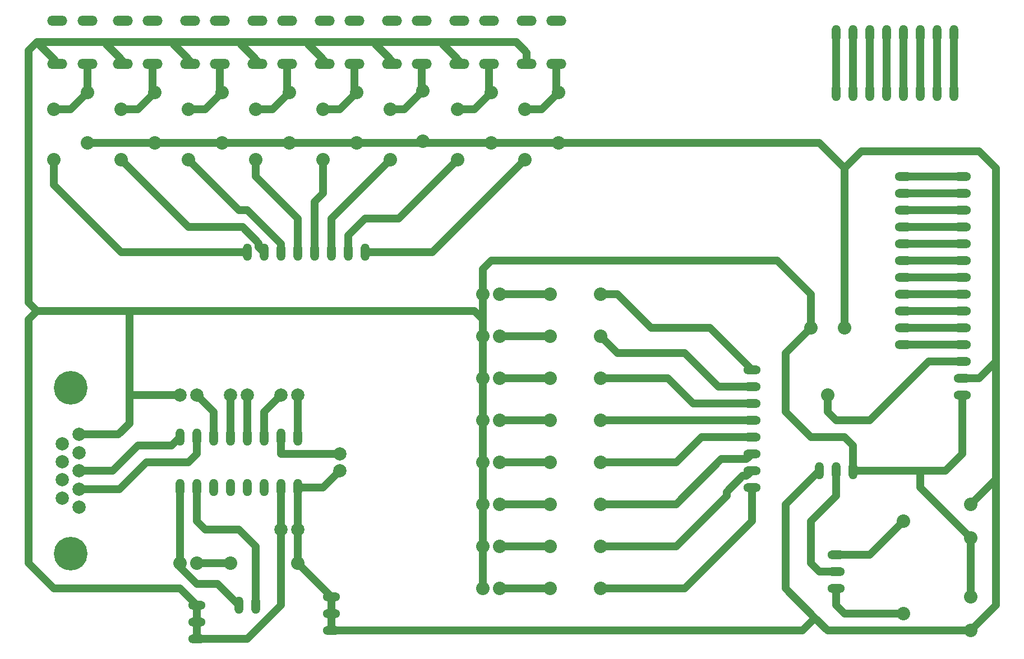
<source format=gbl>
G04 #@! TF.GenerationSoftware,KiCad,Pcbnew,(5.1.6)-1*
G04 #@! TF.CreationDate,2020-09-22T13:17:01-05:00*
G04 #@! TF.ProjectId,Pr_ctica 3,5072e163-7469-4636-9120-332e6b696361,rev?*
G04 #@! TF.SameCoordinates,Original*
G04 #@! TF.FileFunction,Copper,L2,Bot*
G04 #@! TF.FilePolarity,Positive*
%FSLAX46Y46*%
G04 Gerber Fmt 4.6, Leading zero omitted, Abs format (unit mm)*
G04 Created by KiCad (PCBNEW (5.1.6)-1) date 2020-09-22 13:17:01*
%MOMM*%
%LPD*%
G01*
G04 APERTURE LIST*
G04 #@! TA.AperFunction,ComponentPad*
%ADD10C,1.998980*%
G04 #@! TD*
G04 #@! TA.AperFunction,ComponentPad*
%ADD11C,5.080000*%
G04 #@! TD*
G04 #@! TA.AperFunction,ComponentPad*
%ADD12O,1.320800X2.641600*%
G04 #@! TD*
G04 #@! TA.AperFunction,ComponentPad*
%ADD13O,3.014980X1.506220*%
G04 #@! TD*
G04 #@! TA.AperFunction,ComponentPad*
%ADD14C,2.032000*%
G04 #@! TD*
G04 #@! TA.AperFunction,ComponentPad*
%ADD15O,2.641600X1.320800*%
G04 #@! TD*
G04 #@! TA.AperFunction,Conductor*
%ADD16C,1.200000*%
G04 #@! TD*
G04 APERTURE END LIST*
D10*
X82550000Y-121056400D03*
X82550000Y-118313200D03*
X82550000Y-115570000D03*
X82550000Y-112826800D03*
X82550000Y-110083600D03*
X80010000Y-119684800D03*
X80010000Y-116941600D03*
X80010000Y-114198400D03*
X80010000Y-111455200D03*
D11*
X81280000Y-128092200D03*
X81280000Y-103047800D03*
D12*
X115570000Y-110490000D03*
X113030000Y-110490000D03*
X110490000Y-110490000D03*
X107950000Y-110490000D03*
X105410000Y-110490000D03*
X102870000Y-110490000D03*
X100330000Y-110490000D03*
X97790000Y-110490000D03*
X97790000Y-118110000D03*
X100330000Y-118110000D03*
X102870000Y-118110000D03*
X105410000Y-118110000D03*
X107950000Y-118110000D03*
X110490000Y-118110000D03*
X113030000Y-118110000D03*
X115570000Y-118110000D03*
X194310000Y-115570000D03*
X196850000Y-115570000D03*
X199390000Y-115570000D03*
D13*
X150152100Y-54048660D03*
X150152100Y-47551340D03*
X154647900Y-54048660D03*
X154647900Y-47551340D03*
X139992100Y-54048660D03*
X139992100Y-47551340D03*
X144487900Y-54048660D03*
X144487900Y-47551340D03*
X129832100Y-54048660D03*
X129832100Y-47551340D03*
X134327900Y-54048660D03*
X134327900Y-47551340D03*
X119672100Y-54048660D03*
X119672100Y-47551340D03*
X124167900Y-54048660D03*
X124167900Y-47551340D03*
X109512100Y-54048660D03*
X109512100Y-47551340D03*
X114007900Y-54048660D03*
X114007900Y-47551340D03*
X99352100Y-54048660D03*
X99352100Y-47551340D03*
X103847900Y-54048660D03*
X103847900Y-47551340D03*
X89192100Y-54048660D03*
X89192100Y-47551340D03*
X93687900Y-54048660D03*
X93687900Y-47551340D03*
X83820000Y-47551340D03*
X83820000Y-54048660D03*
X79324200Y-47551340D03*
X79324200Y-54048660D03*
D14*
X217170000Y-125730000D03*
X207010000Y-123190000D03*
X217170000Y-120650000D03*
X217170000Y-139700000D03*
X207010000Y-137160000D03*
X217170000Y-134620000D03*
X198120000Y-93980000D03*
X195580000Y-104140000D03*
X193040000Y-93980000D03*
X154940000Y-58420000D03*
X154940000Y-66040000D03*
X144780000Y-66040000D03*
X144780000Y-58420000D03*
X134480600Y-58161001D03*
X134480600Y-65781001D03*
X124460000Y-58420000D03*
X124460000Y-66040000D03*
X114300000Y-58420000D03*
X114300000Y-66040000D03*
X104140000Y-58420000D03*
X104140000Y-66040000D03*
X93980000Y-58420000D03*
X93980000Y-66040000D03*
X83820000Y-58420000D03*
X83820000Y-66040000D03*
X149860000Y-60960000D03*
X149860000Y-68580000D03*
X139700000Y-60960000D03*
X139700000Y-68580000D03*
X129540000Y-60960000D03*
X129540000Y-68580000D03*
X119380000Y-60960000D03*
X119380000Y-68580000D03*
X109220000Y-60960000D03*
X109220000Y-68580000D03*
X99060000Y-60960000D03*
X99060000Y-68580000D03*
X88900000Y-60960000D03*
X88900000Y-68580000D03*
X78740000Y-60960000D03*
X78740000Y-68580000D03*
X153670000Y-133350000D03*
X161290000Y-133350000D03*
X153670000Y-127000000D03*
X161290000Y-127000000D03*
X153670000Y-120650000D03*
X161290000Y-120650000D03*
X153670000Y-114300000D03*
X161290000Y-114300000D03*
X153670000Y-107950000D03*
X161290000Y-107950000D03*
X153670000Y-101600000D03*
X161290000Y-101600000D03*
X153670000Y-95250000D03*
X161290000Y-95250000D03*
X153670000Y-88900000D03*
X161290000Y-88900000D03*
X105410000Y-129540000D03*
X115570000Y-129540000D03*
D15*
X120650000Y-139700000D03*
X120650000Y-137160000D03*
X120650000Y-134620000D03*
X196850000Y-133350000D03*
X196850000Y-130810000D03*
X196850000Y-128270000D03*
D12*
X125730000Y-82550000D03*
X123190000Y-82550000D03*
X120650000Y-82550000D03*
X118110000Y-82550000D03*
X115570000Y-82550000D03*
X113030000Y-82550000D03*
X110490000Y-82550000D03*
X107950000Y-82550000D03*
D15*
X207010000Y-96520000D03*
X207010000Y-93980000D03*
X207010000Y-91440000D03*
X207010000Y-88900000D03*
X207010000Y-86360000D03*
X207010000Y-83820000D03*
X207010000Y-81280000D03*
X207010000Y-78740000D03*
X207010000Y-76200000D03*
X207010000Y-73660000D03*
X207010000Y-71120000D03*
X215900000Y-104140000D03*
X215900000Y-101600000D03*
X215900000Y-99060000D03*
X215900000Y-96520000D03*
X215900000Y-93980000D03*
X215900000Y-91440000D03*
X215900000Y-88900000D03*
X215900000Y-86360000D03*
X215900000Y-83820000D03*
X215900000Y-81280000D03*
X215900000Y-78740000D03*
X215900000Y-76200000D03*
X215900000Y-73660000D03*
X215900000Y-71120000D03*
X184150000Y-118110000D03*
X184150000Y-115570000D03*
X184150000Y-113030000D03*
X184150000Y-110490000D03*
X184150000Y-107950000D03*
X184150000Y-105410000D03*
X184150000Y-102870000D03*
X184150000Y-100330000D03*
X100330000Y-140970000D03*
X100330000Y-138430000D03*
X100330000Y-135890000D03*
D12*
X109220000Y-135890000D03*
X106680000Y-135890000D03*
X214630000Y-49530000D03*
X212090000Y-49530000D03*
X209550000Y-49530000D03*
X207010000Y-49530000D03*
X204470000Y-49530000D03*
X201930000Y-49530000D03*
X199390000Y-49530000D03*
X196850000Y-49530000D03*
X214630000Y-58420000D03*
X212090000Y-58420000D03*
X209550000Y-58420000D03*
X207010000Y-58420000D03*
X204470000Y-58420000D03*
X201930000Y-58420000D03*
X199390000Y-58420000D03*
X196850000Y-58420000D03*
D14*
X143510000Y-88900000D03*
X146050000Y-88900000D03*
X143510000Y-95250000D03*
X146050000Y-95250000D03*
X143510000Y-101600000D03*
X146050000Y-101600000D03*
X143510000Y-107950000D03*
X146050000Y-107950000D03*
X143510000Y-114300000D03*
X146050000Y-114300000D03*
X143510000Y-120650000D03*
X146050000Y-120650000D03*
X143510000Y-127000000D03*
X146050000Y-127000000D03*
X143510000Y-133350000D03*
X146050000Y-133350000D03*
X97790000Y-129540000D03*
X100330000Y-129540000D03*
D10*
X113030000Y-124460000D03*
X115570000Y-124460000D03*
X100330000Y-104140000D03*
X97790000Y-104140000D03*
X121920000Y-115570000D03*
X121920000Y-113030000D03*
X105410000Y-104140000D03*
X107950000Y-104140000D03*
X113030000Y-104140000D03*
X115570000Y-104140000D03*
D16*
X115570000Y-104140000D02*
X115570000Y-110490000D01*
X113030000Y-104140000D02*
X110490000Y-106680000D01*
X110490000Y-106680000D02*
X110490000Y-110490000D01*
X107950000Y-104140000D02*
X107950000Y-110490000D01*
X105410000Y-104140000D02*
X105410000Y-110490000D01*
X121920000Y-113030000D02*
X113030000Y-113030000D01*
X113030000Y-113030000D02*
X113030000Y-110490000D01*
X220980000Y-99060000D02*
X218440000Y-101600000D01*
X198120000Y-69850000D02*
X200660000Y-67310000D01*
X200660000Y-67310000D02*
X218440000Y-67310000D01*
X198120000Y-93980000D02*
X198120000Y-69850000D01*
X218440000Y-67310000D02*
X220980000Y-69850000D01*
X218440000Y-101600000D02*
X215900000Y-101600000D01*
X217170000Y-120650000D02*
X220980000Y-116840000D01*
X220980000Y-69850000D02*
X220980000Y-96520000D01*
X220980000Y-96520000D02*
X220980000Y-99060000D01*
X217170000Y-139700000D02*
X220980000Y-135890000D01*
X220980000Y-135890000D02*
X220980000Y-114300000D01*
X220980000Y-116840000D02*
X220980000Y-114300000D01*
X220980000Y-114300000D02*
X220980000Y-96520000D01*
X121920000Y-115570000D02*
X119380000Y-118110000D01*
X119380000Y-118110000D02*
X115570000Y-118110000D01*
X194310000Y-66040000D02*
X198120000Y-69850000D01*
X83820000Y-66040000D02*
X154940000Y-66040000D01*
X217170000Y-139700000D02*
X195580000Y-139700000D01*
X189230000Y-120650000D02*
X194310000Y-115570000D01*
X189230000Y-133350000D02*
X189230000Y-120650000D01*
X115570000Y-118110000D02*
X115570000Y-124460000D01*
X115570000Y-124460000D02*
X115570000Y-129540000D01*
X154940000Y-66040000D02*
X194310000Y-66040000D01*
X115570000Y-129540000D02*
X120650000Y-134620000D01*
X120650000Y-139700000D02*
X120650000Y-134620000D01*
X191770000Y-139700000D02*
X193675000Y-137795000D01*
X195580000Y-139700000D02*
X193675000Y-137795000D01*
X120650000Y-139700000D02*
X191770000Y-139700000D01*
X193675000Y-137795000D02*
X189230000Y-133350000D01*
X215900000Y-104140000D02*
X215900000Y-113030000D01*
X215900000Y-113030000D02*
X213360000Y-115570000D01*
X199390000Y-115570000D02*
X199390000Y-111760000D01*
X199390000Y-111760000D02*
X198120000Y-110490000D01*
X198120000Y-110490000D02*
X193040000Y-110490000D01*
X193040000Y-110490000D02*
X189230000Y-106680000D01*
X189230000Y-97790000D02*
X193040000Y-93980000D01*
X189230000Y-106680000D02*
X189230000Y-97790000D01*
X143510000Y-85090000D02*
X143510000Y-88900000D01*
X144780000Y-83820000D02*
X143510000Y-85090000D01*
X187960000Y-83820000D02*
X144780000Y-83820000D01*
X193040000Y-93980000D02*
X193040000Y-88900000D01*
X193040000Y-88900000D02*
X187960000Y-83820000D01*
X217170000Y-134620000D02*
X217170000Y-125730000D01*
X143510000Y-92710000D02*
X143510000Y-95250000D01*
X150152100Y-52362100D02*
X148590000Y-50800000D01*
X74930000Y-90170000D02*
X76200000Y-91440000D01*
X150152100Y-54048660D02*
X150152100Y-52362100D01*
X76200000Y-50800000D02*
X74930000Y-52070000D01*
X74930000Y-52070000D02*
X74930000Y-90170000D01*
X143510000Y-88900000D02*
X143510000Y-95250000D01*
X143510000Y-127603522D02*
X143510000Y-133350000D01*
X143510000Y-95250000D02*
X143510000Y-127603522D01*
X82550000Y-110083600D02*
X88493600Y-110083600D01*
X88493600Y-110083600D02*
X90170000Y-108407200D01*
X76200000Y-91440000D02*
X90170000Y-91440000D01*
X97790000Y-104140000D02*
X90170000Y-104140000D01*
X90170000Y-108407200D02*
X90170000Y-104140000D01*
X90170000Y-104140000D02*
X90170000Y-91440000D01*
X79324200Y-53924200D02*
X76200000Y-50800000D01*
X79324200Y-54048660D02*
X79324200Y-53924200D01*
X89192100Y-54048660D02*
X89192100Y-53632100D01*
X89192100Y-53632100D02*
X86360000Y-50800000D01*
X86360000Y-50800000D02*
X76200000Y-50800000D01*
X99352100Y-53632100D02*
X96520000Y-50800000D01*
X99352100Y-54048660D02*
X99352100Y-53632100D01*
X96520000Y-50800000D02*
X86360000Y-50800000D01*
X109512100Y-53632100D02*
X106680000Y-50800000D01*
X109512100Y-54048660D02*
X109512100Y-53632100D01*
X106680000Y-50800000D02*
X96520000Y-50800000D01*
X119672100Y-53632100D02*
X116840000Y-50800000D01*
X119672100Y-54048660D02*
X119672100Y-53632100D01*
X116840000Y-50800000D02*
X106680000Y-50800000D01*
X129832100Y-53632100D02*
X127000000Y-50800000D01*
X129832100Y-54048660D02*
X129832100Y-53632100D01*
X127000000Y-50800000D02*
X116840000Y-50800000D01*
X139992100Y-54048660D02*
X139992100Y-53632100D01*
X148590000Y-50800000D02*
X137160000Y-50800000D01*
X139992100Y-53632100D02*
X137160000Y-50800000D01*
X137160000Y-50800000D02*
X127000000Y-50800000D01*
X217170000Y-125730000D02*
X209550000Y-118110000D01*
X209550000Y-118110000D02*
X209550000Y-115570000D01*
X213360000Y-115570000D02*
X209550000Y-115570000D01*
X209550000Y-115570000D02*
X199390000Y-115570000D01*
X100330000Y-140970000D02*
X100330000Y-135890000D01*
X74930000Y-129540000D02*
X74930000Y-92710000D01*
X74930000Y-92710000D02*
X76200000Y-91440000D01*
X78740000Y-133350000D02*
X74930000Y-129540000D01*
X100330000Y-135890000D02*
X97790000Y-133350000D01*
X97790000Y-133350000D02*
X78740000Y-133350000D01*
X142240000Y-91440000D02*
X143510000Y-92710000D01*
X90170000Y-91440000D02*
X142240000Y-91440000D01*
X113030000Y-118110000D02*
X113030000Y-124460000D01*
X107950000Y-140970000D02*
X100330000Y-140970000D01*
X113030000Y-124460000D02*
X113030000Y-135890000D01*
X113030000Y-135890000D02*
X107950000Y-140970000D01*
X100330000Y-104140000D02*
X102870000Y-106680000D01*
X102870000Y-106680000D02*
X102870000Y-110490000D01*
X100330000Y-129540000D02*
X105410000Y-129540000D01*
X97790000Y-118110000D02*
X97790000Y-129540000D01*
X97790000Y-130143522D02*
X100330000Y-132683522D01*
X97790000Y-129540000D02*
X97790000Y-130143522D01*
X100330000Y-132683522D02*
X103473522Y-132683522D01*
X103473522Y-132683522D02*
X106680000Y-135890000D01*
X153670000Y-133350000D02*
X146050000Y-133350000D01*
X146050000Y-127000000D02*
X153670000Y-127000000D01*
X146050000Y-120650000D02*
X153670000Y-120650000D01*
X146050000Y-114300000D02*
X153670000Y-114300000D01*
X146050000Y-107950000D02*
X153670000Y-107950000D01*
X146050000Y-101600000D02*
X153670000Y-101600000D01*
X146050000Y-95250000D02*
X153670000Y-95250000D01*
X146050000Y-88900000D02*
X153670000Y-88900000D01*
X196850000Y-49530000D02*
X196850000Y-58420000D01*
X199390000Y-49530000D02*
X199390000Y-58420000D01*
X201930000Y-49530000D02*
X201930000Y-58420000D01*
X204470000Y-49530000D02*
X204470000Y-58420000D01*
X207010000Y-49530000D02*
X207010000Y-58420000D01*
X209550000Y-49530000D02*
X209550000Y-58420000D01*
X212090000Y-49530000D02*
X212090000Y-58420000D01*
X214630000Y-49530000D02*
X214630000Y-58420000D01*
X109220000Y-127000000D02*
X109220000Y-135890000D01*
X106680000Y-124460000D02*
X109220000Y-127000000D01*
X100330000Y-118110000D02*
X100330000Y-123190000D01*
X101600000Y-124460000D02*
X106680000Y-124460000D01*
X100330000Y-123190000D02*
X101600000Y-124460000D01*
X163830000Y-88900000D02*
X161290000Y-88900000D01*
X168910000Y-93980000D02*
X163830000Y-88900000D01*
X184150000Y-100330000D02*
X177800000Y-93980000D01*
X177800000Y-93980000D02*
X168910000Y-93980000D01*
X184150000Y-102870000D02*
X179070000Y-102870000D01*
X179070000Y-102870000D02*
X173990000Y-97790000D01*
X163830000Y-97790000D02*
X161290000Y-95250000D01*
X173990000Y-97790000D02*
X163830000Y-97790000D01*
X184150000Y-105410000D02*
X175260000Y-105410000D01*
X171450000Y-101600000D02*
X161290000Y-101600000D01*
X175260000Y-105410000D02*
X171450000Y-101600000D01*
X184150000Y-107950000D02*
X161290000Y-107950000D01*
X184150000Y-110490000D02*
X176530000Y-110490000D01*
X172720000Y-114300000D02*
X161290000Y-114300000D01*
X176530000Y-110490000D02*
X172720000Y-114300000D01*
X183378410Y-113801590D02*
X179568410Y-113801590D01*
X184150000Y-113030000D02*
X183378410Y-113801590D01*
X172720000Y-120650000D02*
X161290000Y-120650000D01*
X179568410Y-113801590D02*
X172720000Y-120650000D01*
X184150000Y-115570000D02*
X183378410Y-116341590D01*
X182757101Y-116341590D02*
X180340000Y-118758691D01*
X183378410Y-116341590D02*
X182757101Y-116341590D01*
X180340000Y-118758691D02*
X180340000Y-119380000D01*
X172720000Y-127000000D02*
X161290000Y-127000000D01*
X180340000Y-119380000D02*
X172720000Y-127000000D01*
X161290000Y-133350000D02*
X173990000Y-133350000D01*
X184150000Y-123190000D02*
X184150000Y-118110000D01*
X173990000Y-133350000D02*
X184150000Y-123190000D01*
X207010000Y-71120000D02*
X215900000Y-71120000D01*
X207010000Y-73660000D02*
X215900000Y-73660000D01*
X215900000Y-76200000D02*
X207010000Y-76200000D01*
X207010000Y-78740000D02*
X215900000Y-78740000D01*
X215900000Y-81280000D02*
X207010000Y-81280000D01*
X207010000Y-83820000D02*
X215900000Y-83820000D01*
X215900000Y-86360000D02*
X207010000Y-86360000D01*
X207010000Y-88900000D02*
X215900000Y-88900000D01*
X215900000Y-91440000D02*
X207010000Y-91440000D01*
X207010000Y-93980000D02*
X215900000Y-93980000D01*
X215900000Y-96520000D02*
X207010000Y-96520000D01*
X195580000Y-106680000D02*
X195580000Y-104140000D01*
X196850000Y-107950000D02*
X195580000Y-106680000D01*
X201930000Y-107950000D02*
X196850000Y-107950000D01*
X215900000Y-99060000D02*
X210820000Y-99060000D01*
X210820000Y-99060000D02*
X201930000Y-107950000D01*
X135890000Y-82550000D02*
X149860000Y-68580000D01*
X125730000Y-82550000D02*
X135890000Y-82550000D01*
X123190000Y-81280000D02*
X123190000Y-82550000D01*
X139700000Y-68580000D02*
X130810000Y-77470000D01*
X123190000Y-80029200D02*
X123190000Y-82550000D01*
X125749200Y-77470000D02*
X123190000Y-80029200D01*
X130810000Y-77470000D02*
X125749200Y-77470000D01*
X129540000Y-68580000D02*
X120650000Y-77470000D01*
X120650000Y-77470000D02*
X120650000Y-82550000D01*
X119380000Y-68580000D02*
X119380000Y-73660000D01*
X118110000Y-74930000D02*
X118110000Y-82550000D01*
X119380000Y-73660000D02*
X118110000Y-74930000D01*
X115570000Y-82550000D02*
X115570000Y-77470000D01*
X109220000Y-71120000D02*
X109220000Y-68580000D01*
X115570000Y-77470000D02*
X109220000Y-71120000D01*
X113030000Y-82550000D02*
X113030000Y-81280000D01*
X113030000Y-81280000D02*
X107950000Y-76200000D01*
X106680000Y-76200000D02*
X99060000Y-68580000D01*
X107950000Y-76200000D02*
X106680000Y-76200000D01*
X109718410Y-81157101D02*
X107301309Y-78740000D01*
X110490000Y-82550000D02*
X109718410Y-81778410D01*
X109718410Y-81778410D02*
X109718410Y-81157101D01*
X99060000Y-78740000D02*
X88900000Y-68580000D01*
X107301309Y-78740000D02*
X99060000Y-78740000D01*
X107950000Y-82550000D02*
X88900000Y-82550000D01*
X78740000Y-72390000D02*
X78740000Y-68580000D01*
X88900000Y-82550000D02*
X78740000Y-72390000D01*
X201930000Y-128270000D02*
X207010000Y-123190000D01*
X196850000Y-128270000D02*
X201930000Y-128270000D01*
X196850000Y-130810000D02*
X194310000Y-130810000D01*
X194310000Y-130810000D02*
X193040000Y-129540000D01*
X193040000Y-129540000D02*
X193040000Y-123190000D01*
X193040000Y-123190000D02*
X196850000Y-119380000D01*
X196850000Y-119380000D02*
X196850000Y-115570000D01*
X196850000Y-135890000D02*
X196850000Y-133350000D01*
X207010000Y-137160000D02*
X198120000Y-137160000D01*
X198120000Y-137160000D02*
X196850000Y-135890000D01*
X81280000Y-60960000D02*
X83820000Y-58420000D01*
X78740000Y-60960000D02*
X81280000Y-60960000D01*
X83820000Y-54048660D02*
X83820000Y-58420000D01*
X91440000Y-60960000D02*
X93980000Y-58420000D01*
X88900000Y-60960000D02*
X91440000Y-60960000D01*
X93687900Y-58127900D02*
X93980000Y-58420000D01*
X93687900Y-54048660D02*
X93687900Y-58127900D01*
X101600000Y-60960000D02*
X104140000Y-58420000D01*
X99060000Y-60960000D02*
X101600000Y-60960000D01*
X103847900Y-58127900D02*
X104140000Y-58420000D01*
X103847900Y-54048660D02*
X103847900Y-58127900D01*
X111760000Y-60960000D02*
X114300000Y-58420000D01*
X109220000Y-60960000D02*
X111760000Y-60960000D01*
X114007900Y-58127900D02*
X114300000Y-58420000D01*
X114007900Y-54048660D02*
X114007900Y-58127900D01*
X121920000Y-60960000D02*
X124460000Y-58420000D01*
X119380000Y-60960000D02*
X121920000Y-60960000D01*
X124167900Y-58127900D02*
X124460000Y-58420000D01*
X124167900Y-54048660D02*
X124167900Y-58127900D01*
X131681601Y-60960000D02*
X134480600Y-58161001D01*
X129540000Y-60960000D02*
X131681601Y-60960000D01*
X134327900Y-58008301D02*
X134480600Y-58161001D01*
X134327900Y-54048660D02*
X134327900Y-58008301D01*
X142240000Y-60960000D02*
X144780000Y-58420000D01*
X139700000Y-60960000D02*
X142240000Y-60960000D01*
X144487900Y-58127900D02*
X144780000Y-58420000D01*
X144487900Y-54048660D02*
X144487900Y-58127900D01*
X154647900Y-58127900D02*
X154940000Y-58420000D01*
X154647900Y-54048660D02*
X154647900Y-58127900D01*
X152400000Y-60960000D02*
X154940000Y-58420000D01*
X149860000Y-60960000D02*
X152400000Y-60960000D01*
X82550000Y-115570000D02*
X87630000Y-115570000D01*
X87630000Y-115570000D02*
X91440000Y-111760000D01*
X96520000Y-111760000D02*
X97790000Y-110490000D01*
X91440000Y-111760000D02*
X96520000Y-111760000D01*
X88696800Y-118313200D02*
X82550000Y-118313200D01*
X99060000Y-114300000D02*
X92710000Y-114300000D01*
X100330000Y-110490000D02*
X100330000Y-113030000D01*
X92710000Y-114300000D02*
X88696800Y-118313200D01*
X100330000Y-113030000D02*
X99060000Y-114300000D01*
M02*

</source>
